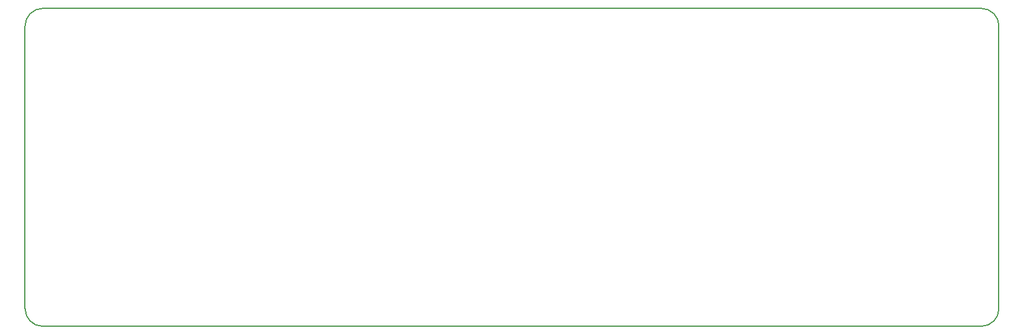
<source format=gbr>
G04 #@! TF.GenerationSoftware,KiCad,Pcbnew,(5.0.1-3-g963ef8bb5)*
G04 #@! TF.CreationDate,2021-12-01T04:01:33+09:00*
G04 #@! TF.ProjectId,Jasmin,4A61736D696E2E6B696361645F706362,rev?*
G04 #@! TF.SameCoordinates,Original*
G04 #@! TF.FileFunction,Profile,NP*
%FSLAX46Y46*%
G04 Gerber Fmt 4.6, Leading zero omitted, Abs format (unit mm)*
G04 Created by KiCad (PCBNEW (5.0.1-3-g963ef8bb5)) date 2021 December 01, Wednesday 04:01:33*
%MOMM*%
%LPD*%
G01*
G04 APERTURE LIST*
%ADD10C,0.200000*%
G04 APERTURE END LIST*
D10*
X224790000Y-35560000D02*
X224790000Y-76200000D01*
X224790000Y-76200000D02*
G75*
G02X222250000Y-78740000I-2540000J0D01*
G01*
X87630000Y-78740000D02*
X222250000Y-78740000D01*
X87630000Y-78740000D02*
G75*
G02X85090000Y-76200000I0J2540000D01*
G01*
X85090000Y-35560000D02*
X85090000Y-76200000D01*
X85090000Y-35560000D02*
G75*
G02X87630000Y-33020000I2540000J0D01*
G01*
X222250000Y-33020000D02*
G75*
G02X224790000Y-35560000I0J-2540000D01*
G01*
X87630000Y-33020000D02*
X222250000Y-33020000D01*
M02*

</source>
